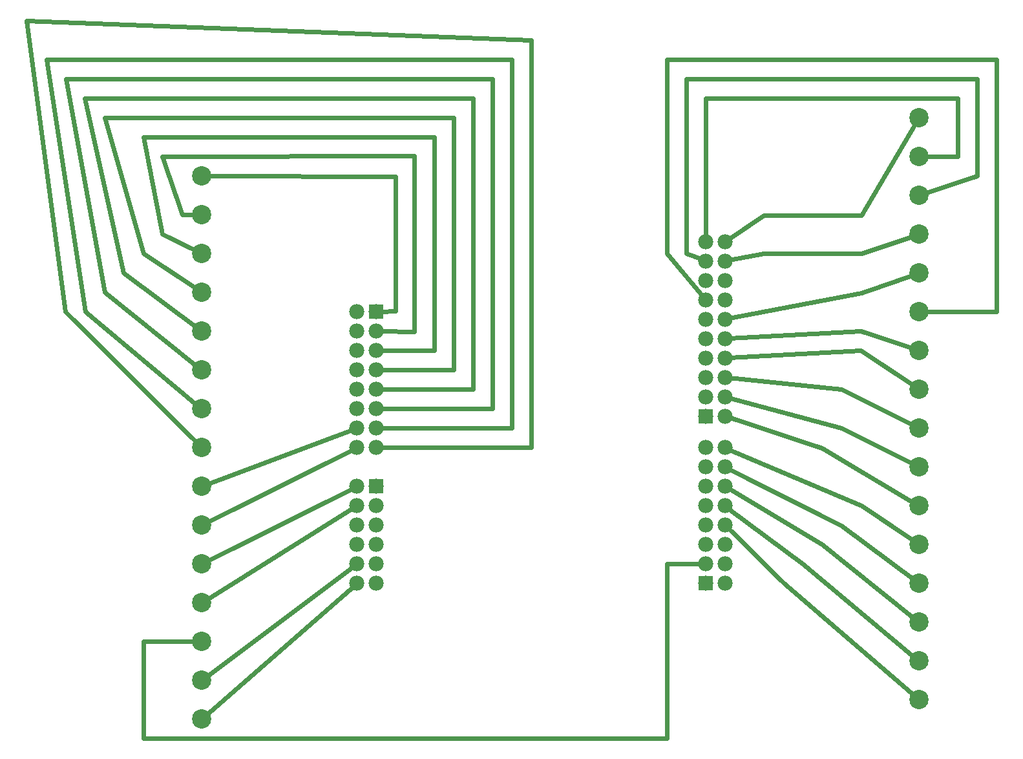
<source format=gbl>
G04 MADE WITH FRITZING*
G04 WWW.FRITZING.ORG*
G04 SINGLE SIDED*
G04 HOLES NOT PLATED*
G04 CONTOUR ON CENTER OF CONTOUR VECTOR*
%ASAXBY*%
%FSLAX23Y23*%
%MOIN*%
%OFA0B0*%
%SFA1.0B1.0*%
%ADD10C,0.078000*%
%ADD11C,0.099583*%
%ADD12R,0.078000X0.078000*%
%ADD13C,0.024000*%
%LNCOPPER0*%
G90*
G70*
G54D10*
X3652Y895D03*
X3752Y895D03*
X3652Y995D03*
X3752Y995D03*
X3652Y1095D03*
X3752Y1095D03*
X3652Y1195D03*
X3752Y1195D03*
X3652Y1295D03*
X3752Y1295D03*
X3652Y1395D03*
X3752Y1395D03*
X3652Y1495D03*
X3752Y1495D03*
X3652Y1595D03*
X3752Y1595D03*
X3652Y1757D03*
X3752Y1757D03*
X3652Y1857D03*
X3752Y1857D03*
X3652Y1957D03*
X3752Y1957D03*
X3652Y2057D03*
X3752Y2057D03*
X3652Y2157D03*
X3752Y2157D03*
X3652Y2257D03*
X3752Y2257D03*
X3652Y2357D03*
X3752Y2357D03*
X3652Y2457D03*
X3752Y2457D03*
X3652Y2557D03*
X3752Y2557D03*
X3652Y2657D03*
X3752Y2657D03*
X1952Y2295D03*
X1852Y2295D03*
X1952Y2195D03*
X1852Y2195D03*
X1952Y2095D03*
X1852Y2095D03*
X1952Y1995D03*
X1852Y1995D03*
X1952Y1895D03*
X1852Y1895D03*
X1952Y1795D03*
X1852Y1795D03*
X1952Y1695D03*
X1852Y1695D03*
X1952Y1595D03*
X1852Y1595D03*
X1952Y1395D03*
X1852Y1395D03*
X1952Y1295D03*
X1852Y1295D03*
X1952Y1195D03*
X1852Y1195D03*
X1952Y1095D03*
X1852Y1095D03*
X1952Y995D03*
X1852Y995D03*
X1952Y895D03*
X1852Y895D03*
G54D11*
X4752Y2895D03*
X4752Y3095D03*
X4752Y3295D03*
X4752Y2295D03*
X4752Y2495D03*
X4752Y2695D03*
X4752Y1695D03*
X4752Y1895D03*
X4752Y2095D03*
X4752Y1295D03*
X4752Y1495D03*
X4752Y695D03*
X4752Y895D03*
X4752Y1095D03*
X4752Y295D03*
X4752Y495D03*
X1052Y2995D03*
X1052Y2795D03*
X1052Y2595D03*
X1052Y2395D03*
X1052Y2195D03*
X1052Y1995D03*
X1052Y1795D03*
X1052Y1595D03*
X1052Y595D03*
X1052Y395D03*
X1052Y195D03*
X1052Y995D03*
X1052Y795D03*
X1052Y1395D03*
X1052Y1195D03*
G54D12*
X1952Y1394D03*
X3652Y1757D03*
X3652Y894D03*
X1952Y2294D03*
G54D13*
X4353Y1193D02*
X4729Y912D01*
D02*
X3769Y1486D02*
X4353Y1193D01*
D02*
X4455Y2793D02*
X3953Y2793D01*
D02*
X3953Y2793D02*
X3768Y2668D01*
D02*
X4737Y3270D02*
X4455Y2793D01*
D02*
X3651Y3396D02*
X4953Y3396D01*
D02*
X4953Y3396D02*
X4952Y3095D01*
D02*
X4952Y3095D02*
X4781Y3095D01*
D02*
X3652Y2676D02*
X3651Y3396D01*
D02*
X3553Y2596D02*
X3634Y2564D01*
D02*
X5053Y2995D02*
X5053Y3495D01*
D02*
X5053Y3495D02*
X3552Y3495D01*
D02*
X3552Y3495D02*
X3553Y2596D01*
D02*
X4780Y2904D02*
X5053Y2995D01*
D02*
X3953Y2596D02*
X3771Y2561D01*
D02*
X4455Y2596D02*
X3953Y2596D01*
D02*
X4725Y2686D02*
X4455Y2596D01*
D02*
X4455Y2393D02*
X3771Y2261D01*
D02*
X4725Y2485D02*
X4455Y2393D01*
D02*
X3451Y2596D02*
X3640Y2372D01*
D02*
X5153Y3595D02*
X3452Y3595D01*
D02*
X5153Y2295D02*
X5153Y3595D01*
D02*
X3452Y3595D02*
X3451Y2596D01*
D02*
X4781Y2295D02*
X5153Y2295D01*
D02*
X4451Y2196D02*
X3771Y2158D01*
D02*
X4725Y2104D02*
X4451Y2196D01*
D02*
X4451Y2094D02*
X3771Y2058D01*
D02*
X4728Y1911D02*
X4451Y2094D01*
D02*
X4353Y1897D02*
X3771Y1955D01*
D02*
X4726Y1708D02*
X4353Y1897D01*
D02*
X4353Y1694D02*
X3770Y1852D01*
D02*
X4726Y1508D02*
X4353Y1694D01*
D02*
X4252Y1593D02*
X3770Y1751D01*
D02*
X4727Y1310D02*
X4252Y1593D01*
D02*
X4455Y1294D02*
X3770Y1587D01*
D02*
X4728Y1111D02*
X4455Y1294D01*
D02*
X4252Y1097D02*
X3768Y1385D01*
D02*
X4730Y713D02*
X4252Y1097D01*
D02*
X4151Y995D02*
X3767Y1283D01*
D02*
X4730Y513D02*
X4151Y995D01*
D02*
X4054Y894D02*
X3766Y1181D01*
D02*
X4730Y314D02*
X4054Y894D01*
D02*
X1078Y1008D02*
X1835Y1386D01*
D02*
X1077Y810D02*
X1836Y1285D01*
D02*
X2051Y2298D02*
X1971Y2295D01*
D02*
X2051Y2993D02*
X2051Y2298D01*
D02*
X1081Y2995D02*
X2051Y2993D01*
D02*
X850Y3095D02*
X2150Y3098D01*
D02*
X2150Y3098D02*
X2150Y2193D01*
D02*
X2150Y2193D02*
X1971Y2195D01*
D02*
X952Y2796D02*
X850Y3095D01*
D02*
X1023Y2795D02*
X952Y2796D01*
D02*
X2251Y2094D02*
X1971Y2095D01*
D02*
X2251Y3197D02*
X2251Y2094D01*
D02*
X752Y3197D02*
X2251Y3197D01*
D02*
X850Y2695D02*
X752Y3197D01*
D02*
X1026Y2608D02*
X850Y2695D01*
D02*
X552Y3295D02*
X2353Y3295D01*
D02*
X2353Y3295D02*
X2353Y1996D01*
D02*
X2353Y1996D02*
X1971Y1995D01*
D02*
X752Y2596D02*
X552Y3295D01*
D02*
X1028Y2411D02*
X752Y2596D01*
D02*
X450Y3397D02*
X2451Y3397D01*
D02*
X2451Y3397D02*
X2451Y1894D01*
D02*
X2451Y1894D02*
X1971Y1895D01*
D02*
X650Y2494D02*
X450Y3397D01*
D02*
X1029Y2212D02*
X650Y2494D01*
D02*
X2553Y1796D02*
X1971Y1795D01*
D02*
X2553Y3495D02*
X2553Y1796D01*
D02*
X352Y3495D02*
X2553Y3495D01*
D02*
X552Y2396D02*
X352Y3495D01*
D02*
X1030Y2013D02*
X552Y2396D01*
D02*
X2652Y1696D02*
X1971Y1695D01*
D02*
X2652Y3596D02*
X2652Y1696D01*
D02*
X252Y3596D02*
X2652Y3596D01*
D02*
X453Y2295D02*
X252Y3596D01*
D02*
X1030Y1813D02*
X453Y2295D01*
D02*
X2751Y1594D02*
X1971Y1595D01*
D02*
X2751Y3695D02*
X2751Y1594D01*
D02*
X150Y3796D02*
X2751Y3695D01*
D02*
X350Y2295D02*
X150Y3796D01*
D02*
X1032Y1615D02*
X350Y2295D01*
D02*
X1074Y214D02*
X1838Y882D01*
D02*
X1075Y412D02*
X1837Y983D01*
D02*
X3452Y995D02*
X3452Y94D01*
D02*
X3452Y94D02*
X752Y94D01*
D02*
X752Y94D02*
X752Y595D01*
D02*
X752Y595D02*
X1023Y595D01*
D02*
X3633Y995D02*
X3452Y995D01*
D02*
X1079Y1405D02*
X1834Y1688D01*
D02*
X1078Y1208D02*
X1835Y1586D01*
G04 End of Copper0*
M02*
</source>
